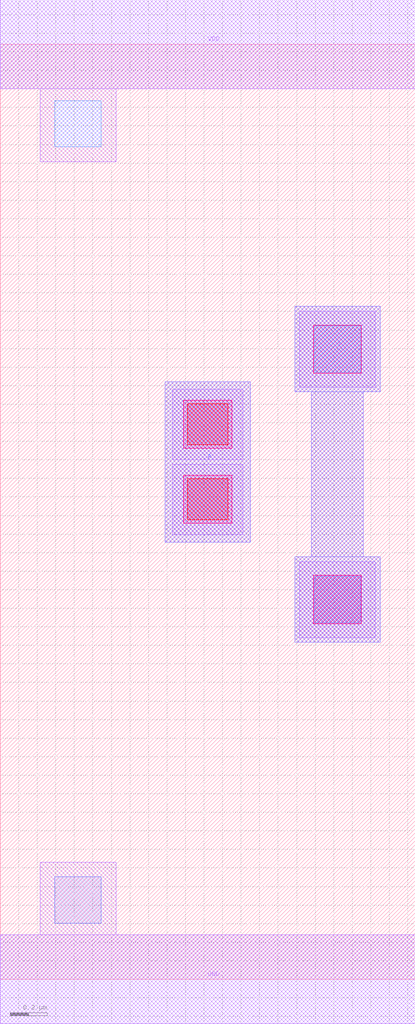
<source format=lef>
MACRO INV
 CLASS CORE ;
 FOREIGN INV 0 0 ;
 SIZE 2.24 BY 5.04 ;
 ORIGIN 0 0 ;
 SYMMETRY X Y R90 ;
 SITE unit ;
  PIN VDD
   DIRECTION INOUT ;
   USE POWER ;
   SHAPE ABUTMENT ;
    PORT
     CLASS CORE ;
       LAYER met1 ;
        RECT 0.00000000 4.80000000 2.24000000 5.28000000 ;
    END
  END VDD

  PIN GND
   DIRECTION INOUT ;
   USE POWER ;
   SHAPE ABUTMENT ;
    PORT
     CLASS CORE ;
       LAYER met1 ;
        RECT 0.00000000 -0.24000000 2.24000000 0.24000000 ;
    END
  END GND

  PIN Y
   DIRECTION INOUT ;
   USE SIGNAL ;
   SHAPE ABUTMENT ;
    PORT
     CLASS CORE ;
       LAYER met2 ;
        RECT 1.59000000 1.81700000 2.05000000 2.27700000 ;
        RECT 1.68000000 2.27700000 1.96000000 3.16700000 ;
        RECT 1.59000000 3.16700000 2.05000000 3.62700000 ;
    END
  END Y

  PIN A
   DIRECTION INOUT ;
   USE SIGNAL ;
   SHAPE ABUTMENT ;
    PORT
     CLASS CORE ;
       LAYER met2 ;
        RECT 0.89000000 2.35700000 1.35000000 3.22200000 ;
    END
  END A

 OBS
    LAYER polycont ;
     RECT 1.01000000 2.47700000 1.23000000 2.69700000 ;
     RECT 1.01000000 2.88200000 1.23000000 3.10200000 ;

    LAYER pdiffc ;
     RECT 1.69500000 3.27200000 1.94500000 3.52200000 ;
     RECT 0.29500000 4.48700000 0.54500000 4.73700000 ;

    LAYER ndiffc ;
     RECT 0.29500000 0.30200000 0.54500000 0.55200000 ;
     RECT 1.69500000 1.92200000 1.94500000 2.17200000 ;

    LAYER met1 ;
     RECT 0.00000000 -0.24000000 2.24000000 0.24000000 ;
     RECT 0.21500000 0.24000000 0.62500000 0.63200000 ;
     RECT 1.61500000 1.84200000 2.02500000 2.25200000 ;
     RECT 0.93000000 2.39700000 1.31000000 2.77700000 ;
     RECT 0.93000000 2.80200000 1.31000000 3.18200000 ;
     RECT 1.61500000 3.19200000 2.02500000 3.60200000 ;
     RECT 0.21500000 4.40700000 0.62500000 4.80000000 ;
     RECT 0.00000000 4.80000000 2.24000000 5.28000000 ;

    LAYER via1 ;
     RECT 1.69000000 1.91700000 1.95000000 2.17700000 ;
     RECT 0.99000000 2.45700000 1.25000000 2.71700000 ;
     RECT 0.99000000 2.86200000 1.25000000 3.12200000 ;
     RECT 1.69000000 3.26700000 1.95000000 3.52700000 ;

    LAYER met2 ;
     RECT 0.89000000 2.35700000 1.35000000 3.22200000 ;
     RECT 1.59000000 1.81700000 2.05000000 2.27700000 ;
     RECT 1.68000000 2.27700000 1.96000000 3.16700000 ;
     RECT 1.59000000 3.16700000 2.05000000 3.62700000 ;

 END
END INV

</source>
